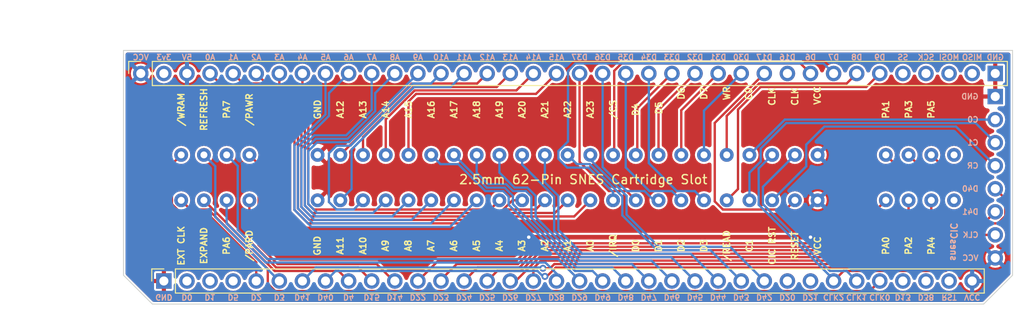
<source format=kicad_pcb>
(kicad_pcb (version 20211014) (generator pcbnew)
  (title_block (title "OSCR SNES ADAPTER") (date "2022-08-01") (rev "V2"))
  (layers (0 "F.Cu" signal) (31 "B.Cu" signal) (34 "B.Paste" user) (35 "F.Paste" user) (36 "B.SilkS" user "B.Silkscreen") (37 "F.SilkS" user "F.Silkscreen") (38 "B.Mask" user) (39 "F.Mask" user) (44 "Edge.Cuts" user))
  (net 0 "")
  (net 1 "D30")
  (net 2 "D31")
  (net 3 "D28")
  (net 4 "D29")
  (net 5 "D26")
  (net 6 "D27")
  (net 7 "D24")
  (net 8 "D25")
  (net 9 "D22")
  (net 10 "D23")
  (net 14 "D17")
  (net 15 "D14")
  (net 16 "D15")
  (net 19 "D8")
  (net 20 "D9")
  (net 21 "D6")
  (net 22 "D7")
  (net 23 "D4")
  (net 25 "D2")
  (net 26 "D3")
  (net 30 "VCC")
  (net 31 "GND")
  (net 32 "D46")
  (net 33 "D47")
  (net 34 "D44")
  (net 35 "D45")
  (net 36 "D42")
  (net 37 "D43")
  (net 38 "D40")
  (net 39 "D41")
  (net 41 "D36")
  (net 42 "D37")
  (net 43 "D34")
  (net 44 "D32")
  (net 45 "D33")
  (net 46 "A14")
  (net 47 "A15")
  (net 48 "A12")
  (net 49 "A13")
  (net 50 "A10")
  (net 51 "A11")
  (net 52 "A8")
  (net 53 "A9")
  (net 54 "A6")
  (net 55 "A7")
  (net 56 "A4")
  (net 57 "A5")
  (net 58 "A2")
  (net 59 "A3")
  (net 60 "A0")
  (net 61 "A1")
  (net 62 "D35")
  (net 67 "D49")
  (net 68 "D48")
  (net 69 "CLK2")
  (net 70 "CLK1")
  (net 71 "CLK0")
  (net 72 "CIC DATA 0")
  (net 75 "CIC RESET")
  (net 76 "CIC DATA 1")
  (footprint "Connector_PinSocket_2.54mm:PinSocket_1x36_P2.54mm_Vertical" (layer "F.Cu") (at 105.41 99.06 90)
    (fp_text reference "J2")
    (fp_text value "CART SLOT BOTTOM ROW")
  )
  (footprint "Connector_PinSocket_2.54mm:PinSocket_1x38_P2.54mm_Vertical" (layer "F.Cu") (at 102.87 76.2 90)
    (fp_text reference "J1")
    (fp_text value "CART SLOT TOP ROW")
  )
  (footprint "!sanni:SNES Slot" (layer "F.Cu") (at 107.315 90.17 90)
    (fp_text reference "J3" hide)
    (fp_text value "SNES_Slot")
  )
  (footprint "Connector_PinHeader_2.54mm:PinHeader_1x08_P2.54mm_Vertical" (layer "B.Cu") (at 196.85 96.52)
    (fp_text reference "JCIC1")
    (fp_text value "CIC_HEADER" hide)
  )
  (gr_line (start 100.965 73.66) (end 100.965 98.425) (layer "Edge.Cuts") (width 0.1))
  (gr_line (start 198.755 73.66) (end 100.965 73.66) (layer "Edge.Cuts") (width 0.1))
  (gr_line (start 195.58 101.6) (end 198.755 98.425) (layer "Edge.Cuts") (width 0.1))
  (gr_line (start 104.14 101.6) (end 195.58 101.6) (layer "Edge.Cuts") (width 0.1))
  (gr_line (start 198.755 98.425) (end 198.755 73.66) (layer "Edge.Cuts") (width 0.1))
  (gr_line (start 100.965 98.425) (end 104.14 101.6) (layer "Edge.Cuts") (width 0.1))
  (gr_text "D43" (at 168.91 100.838 180) (layer "B.SilkS") (effects (font (size 0.6096 0.6096) (thickness 0.127)) (justify mirror)))
  (gr_text "D3" (at 118.11 100.838 180) (layer "B.SilkS") (effects (font (size 0.6096 0.6096) (thickness 0.127)) (justify mirror)))
  (gr_text "D1" (at 110.49 100.838 180) (layer "B.SilkS") (effects (font (size 0.6096 0.6096) (thickness 0.127)) (justify mirror)))
  (gr_text "D9" (at 184.15 74.422) (layer "B.SilkS") (effects (font (size 0.6096 0.6096) (thickness 0.127)) (justify mirror)))
  (gr_text "C0" (at 195.072 81.28) (layer "B.SilkS") (effects (font (size 0.6096 0.6096) (thickness 0.127)) (justify left mirror)))
  (gr_text "A6" (at 125.73 74.422) (layer "B.SilkS") (effects (font (size 0.6096 0.6096) (thickness 0.127)) (justify mirror)))
  (gr_text "VCC" (at 195.072 96.52) (layer "B.SilkS") (effects (font (size 0.6096 0.6096) (thickness 0.127)) (justify left mirror)))
  (gr_text "D48" (at 156.21 100.838 180) (layer "B.SilkS") (effects (font (size 0.6096 0.6096) (thickness 0.127)) (justify mirror)))
  (gr_text "C1" (at 195.072 83.82) (layer "B.SilkS") (effects (font (size 0.6096 0.6096) (thickness 0.127)) (justify left mirror)))
  (gr_text "SCK" (at 189.23 74.422) (layer "B.SilkS") (effects (font (size 0.6096 0.6096) (thickness 0.127)) (justify mirror)))
  (gr_text "MISO" (at 194.31 74.422) (layer "B.SilkS") (effects (font (size 0.6096 0.6096) (thickness 0.127)) (justify mirror)))
  (gr_text "VCC" (at 194.31 100.838 180) (layer "B.SilkS") (effects (font (size 0.6096 0.6096) (thickness 0.127)) (justify mirror)))
  (gr_text "SS" (at 186.69 74.422) (layer "B.SilkS") (effects (font (size 0.6096 0.6096) (thickness 0.127)) (justify mirror)))
  (gr_text "A4" (at 120.65 74.422) (layer "B.SilkS") (effects (font (size 0.6096 0.6096) (thickness 0.127)) (justify mirror)))
  (gr_text "A2" (at 115.57 74.422) (layer "B.SilkS") (effects (font (size 0.6096 0.6096) (thickness 0.127)) (justify mirror)))
  (gr_text "D31" (at 166.37 74.422) (layer "B.SilkS") (effects (font (size 0.6096 0.6096) (thickness 0.127)) (justify mirror)))
  (gr_text "D23" (at 135.89 100.838 180) (layer "B.SilkS") (effects (font (size 0.6096 0.6096) (thickness 0.127)) (justify mirror)))
  (gr_text "D7" (at 179.07 74.422) (layer "B.SilkS") (effects (font (size 0.6096 0.6096) (thickness 0.127)) (justify mirror)))
  (gr_text "3v3" (at 105.41 74.422) (layer "B.SilkS") (effects (font (size 0.6096 0.6096) (thickness 0.127)) (justify mirror)))
  (gr_text "D49" (at 153.67 100.838 180) (layer "B.SilkS") (effects (font (size 0.6096 0.6096) (thickness 0.127)) (justify mirror)))
  (gr_text "D38" (at 189.23 100.838 180) (layer "B.SilkS") (effects (font (size 0.6096 0.6096) (thickness 0.127)) (justify mirror)))
  (gr_text "A10" (at 135.89 74.422) (layer "B.SilkS") (effects (font (size 0.6096 0.6096) (thickness 0.127)) (justify mirror)))
  (gr_text "D37" (at 151.13 74.422) (layer "B.SilkS") (effects (font (size 0.6096 0.6096) (thickness 0.127)) (justify mirror)))
  (gr_text "D4" (at 125.73 100.838 180) (layer "B.SilkS") (effects (font (size 0.6096 0.6096) (thickness 0.127)) (justify mirror)))
  (gr_text "D32" (at 163.83 74.422) (layer "B.SilkS") (effects (font (size 0.6096 0.6096) (thickness 0.127)) (justify mirror)))
  (gr_text "D8" (at 181.61 74.422) (layer "B.SilkS") (effects (font (size 0.6096 0.6096) (thickness 0.127)) (justify mirror)))
  (gr_text "D30" (at 168.91 74.422) (layer "B.SilkS") (effects (font (size 0.6096 0.6096) (thickness 0.127)) (justify mirror)))
  (gr_text "D29" (at 151.13 100.838 180) (layer "B.SilkS") (effects (font (size 0.6096 0.6096) (thickness 0.127)) (justify mirror)))
  (gr_text "RST" (at 191.77 100.838 180) (layer "B.SilkS") (effects (font (size 0.6096 0.6096) (thickness 0.127)) (justify mirror)))
  (gr_text "A14" (at 146.05 74.422) (layer "B.SilkS") (effects (font (size 0.6096 0.6096) (thickness 0.127)) (justify mirror)))
  (gr_text "D2" (at 115.57 100.838 180) (layer "B.SilkS") (effects (font (size 0.6096 0.6096) (thickness 0.127)) (justify mirror)))
  (gr_text "D41" (at 195.072 91.44) (layer "B.SilkS") (effects (font (size 0.6096 0.6096) (thickness 0.127)) (justify left mirror)))
  (gr_text "CLK2" (at 179.07 100.838 180) (layer "B.SilkS") (effects (font (size 0.6096 0.6096) (thickness 0.127)) (justify mirror)))
  (gr_text "D14" (at 130.81 100.838 180) (layer "B.SilkS") (effects (font (size 0.6096 0.6096) (thickness 0.127)) (justify mirror)))
  (gr_text "D47" (at 158.75 100.838 180) (layer "B.SilkS") (effects (font (size 0.6096 0.6096) (thickness 0.127)) (justify mirror)))
  (gr_text "D6" (at 176.53 74.422) (layer "B.SilkS") (effects (font (size 0.6096 0.6096) (thickness 0.127)) (justify mirror)))
  (gr_text "A0" (at 110.49 74.422) (layer "B.SilkS") (effects (font (size 0.6096 0.6096) (thickness 0.127)) (justify mirror)))
  (gr_text "D40" (at 123.19 100.838 180) (layer "B.SilkS") (effects (font (size 0.6096 0.6096) (thickness 0.127)) (justify mirror)))
  (gr_text "A5" (at 123.19 74.422) (layer "B.SilkS") (effects (font (size 0.6096 0.6096) (thickness 0.127)) (justify mirror)))
  (gr_text "CLK1" (at 181.61 100.838 180) (layer "B.SilkS") (effects (font (size 0.6096 0.6096) (thickness 0.127)) (justify mirror)))
  (gr_text "A1" (at 113.03 74.422) (layer "B.SilkS") (effects (font (size 0.6096 0.6096) (thickness 0.127)) (justify mirror)))
  (gr_text "D40" (at 195.072 88.9) (layer "B.SilkS") (effects (font (size 0.6096 0.6096) (thickness 0.127)) (justify left mirror)))
  (gr_text "D24" (at 138.43 100.838 180) (layer "B.SilkS") (effects (font (size 0.6096 0.6096) (thickness 0.127)) (justify mirror)))
  (gr_text "D44" (at 166.37 100.838 180) (layer "B.SilkS") (effects (font (size 0.6096 0.6096) (thickness 0.127)) (justify mirror)))
  (gr_text "D22" (at 133.35 100.838 180) (layer "B.SilkS") (effects (font (size 0.6096 0.6096) (thickness 0.127)) (justify mirror)))
  (gr_text "A12" (at 140.97 74.422) (layer "B.SilkS") (effects (font (size 0.6096 0.6096) (thickness 0.127)) (justify mirror)))
  (gr_text "D26" (at 143.51 100.838 180) (layer "B.SilkS") (effects (font (size 0.6096 0.6096) (thickness 0.127)) (justify mirror)))
  (gr_text "D42" (at 171.45 100.838 180) (layer "B.SilkS") (effects (font (size 0.6096 0.6096) (thickness 0.127)) (justify mirror)))
  (gr_text "CLK" (at 195.072 93.98) (layer "B.SilkS") (effects (font (size 0.6096 0.6096) (thickness 0.127)) (justify left mirror)))
  (gr_text "VCC" (at 102.87 74.422) (layer "B.SilkS") (effects (font (size 0.6096 0.6096) (thickness 0.127)) (justify mirror)))
  (gr_text "snesCIC" (at 192.278 94.742 270) (layer "B.SilkS") (effects (font (size 0.7112 0.7112) (thickness 0.1524)) (justify mirror)))
  (gr_text "D5" (at 113.03 100.838 180) (layer "B.SilkS") (effects (font (size 0.6096 0.6096) (thickness 0.127)) (justify mirror)))
  (gr_text "CR" (at 195.072 86.36) (layer "B.SilkS") (effects (font (size 0.6096 0.6096) (thickness 0.127)) (justify left mirror)))
  (gr_text "A3" (at 118.11 74.422) (layer "B.SilkS") (effects (font (size 0.6096 0.6096) (thickness 0.127)) (justify mirror)))
  (gr_text "D36" (at 153.67 74.422) (layer "B.SilkS") (effects (font (size 0.6096 0.6096) (thickness 0.127)) (justify mirror)))
  (gr_text "D33" (at 161.29 74.422) (layer "B.SilkS") (effects (font (size 0.6096 0.6096) (thickness 0.127)) (justify mirror)))
  (gr_text "D34" (at 158.75 74.422) (layer "B.SilkS") (effects (font (size 0.6096 0.6096) (thickness 0.127)) (justify mirror)))
  (gr_text "D15" (at 128.27 100.838 180) (layer "B.SilkS") (effects (font (size 0.6096 0.6096) (thickness 0.127)) (justify mirror)))
  (gr_text "GND" (at 105.41 100.838 180) (layer "B.SilkS") (effects (font (size 0.6096 0.6096) (thickness 0.127)) (justify mirror)))
  (gr_text "D28" (at 148.59 100.838 180) (layer "B.SilkS") (effects (font (size 0.6096 0.6096) (thickness 0.127)) (justify mirror)))
  (gr_text "D21" (at 176.53 100.838 180) (layer "B.SilkS") (effects (font (size 0.6096 0.6096) (thickness 0.127)) (justify mirror)))
  (gr_text "CLK0" (at 184.15 100.838 180) (layer "B.SilkS") (effects (font (size 0.6096 0.6096) (thickness 0.127)) (justify mirror)))
  (gr_text "D17" (at 171.45 74.422) (layer "B.SilkS") (effects (font (size 0.6096 0.6096) (thickness 0.127)) (justify mirror)))
  (gr_text "D41" (at 120.65 100.838 180) (layer "B.SilkS") (effects (font (size 0.6096 0.6096) (thickness 0.127)) (justify mirror)))
  (gr_text "A9" (at 133.35 74.422) (layer "B.SilkS") (effects (font (size 0.6096 0.6096) (thickness 0.127)) (justify mirror)))
  (gr_text "A7" (at 128.27 74.422) (layer "B.SilkS") (effects (font (size 0.6096 0.6096) (thickness 0.127)) (justify mirror)))
  (gr_text "D27" (at 146.05 100.838 180) (layer "B.SilkS") (effects (font (size 0.6096 0.6096) (thickness 0.127)) (justify mirror)))
  (gr_text "GND" (at 196.85 74.422) (layer "B.SilkS") (effects (font (size 0.6096 0.6096) (thickness 0.127)) (justify mirror)))
  (gr_text "A8" (at 130.81 74.422) (layer "B.SilkS") (effects (font (size 0.6096 0.6096) (thickness 0.127)) (justify mirror)))
  (gr_text "D46" (at 161.29 100.838 180) (layer "B.SilkS") (effects (font (size 0.6096 0.6096) (thickness 0.127)) (justify mirror)))
  (gr_text "A11" (at 138.43 74.422) (layer "B.SilkS") (effects (font (size 0.6096 0.6096) (thickness 0.127)) (justify mirror)))
  (gr_text "D20" (at 173.99 100.838 180) (layer "B.SilkS") (effects (font (size 0.6096 0.6096) (thickness 0.127)) (justify mirror)))
  (gr_text "A13" (at 143.51 74.422) (layer "B.SilkS") (effects (font (size 0.6096 0.6096) (thickness 0.127)) (justify mirror)))
  (gr_text "D16" (at 173.99 74.422) (layer "B.SilkS") (effects (font (size 0.6096 0.6096) (thickness 0.127)) (justify mirror)))
  (gr_text "D13" (at 186.69 100.838 180) (layer "B.SilkS") (effects (font (size 0.6096 0.6096) (thickness 0.127)) (justify mirror)))
  (gr_text "A15" (at 148.59 74.422) (layer "B.SilkS") (effects (font (size 0.6096 0.6096) (thickness 0.127)) (justify mirror)))
  (gr_text "D25" (at 140.97 100.838 180) (layer "B.SilkS") (effects (font (size 0.6096 0.6096) (thickness 0.127)) (justify mirror)))
  (gr_text "D45" (at 163.83 100.838 180) (layer "B.SilkS") (effects (font (size 0.6096 0.6096) (thickness 0.127)) (justify mirror)))
  (gr_text "5V" (at 107.95 74.422) (layer "B.SilkS") (effects (font (size 0.6096 0.6096) (thickness 0.127)) (justify mirror)))
  (gr_text "D0" (at 107.95 100.838 180) (layer "B.SilkS") (effects (font (size 0.6096 0.6096) (thickness 0.127)) (justify mirror)))
  (gr_text "GND" (at 195.072 78.74) (layer "B.SilkS") (effects (font (size 0.6096 0.6096) (thickness 0.127)) (justify left mirror)))
  (gr_text "MOSI" (at 191.77 74.422) (layer "B.SilkS") (effects (font (size 0.6096 0.6096) (thickness 0.127)) (justify mirror)))
  (gr_text "D35" (at 156.21 74.422) (layer "B.SilkS") (effects (font (size 0.6096 0.6096) (thickness 0.127)) (justify mirror)))
  (gr_text "A22" (at 149.815 80.17 90) (layer "F.SilkS") (effects (font (size 0.7 0.7))))
  (gr_text "A18" (at 139.815 80.17 90) (layer "F.SilkS") (effects (font (size 0.7 0.7))))
  (gr_text "A1" (at 149.799457 95.169999 90) (layer "F.SilkS") (effects (font (size 0.7 0.7))))
  (gr_text "/WRAM" (at 107.315 80.17 90) (layer "F.SilkS") (effects (font (size 0.7 0.7))))
  (gr_text "PA1" (at 184.815 80.17 90) (layer "F.SilkS") (effects (font (size 0.7 0.7))))
  (gr_text "D4" (at 157.315 80.17 90) (layer "F.SilkS") (effects (font (size 0.7 0.7))))
  (gr_text "PA5" (at 189.799457 80.162444 90) (layer "F.SilkS") (effects (font (size 0.7 0.7))))
  (gr_text "A10" (at 127.307444 95.169999 90) (layer "F.SilkS") (effects (font (size 0.7 0.7))))
  (gr_text "VCC" (at 177.315 95.17 90) (layer "F.SilkS") (effects (font (size 0.7 0.7))))
  (gr_text "PA6" (at 112.300104 95.169999 90) (layer "F.SilkS") (effects (font (size 0.7 0.7))))
  (gr_text "CIC RST" (at 172.315 95.17 90) (layer "F.SilkS") (effects (font (size 0.7 0.7))))
  (gr_text "PA2" (at 187.315 95.17 90) (layer "F.SilkS") (effects (font (size 0.7 0.7))))
  (gr_text "A7" (at 134.792117 95.169999 90) (layer "F.SilkS") (effects (font (size 0.7 0.7))))
  (gr_text "CLK" (at 174.82 78.745 90) (layer "F.SilkS") (effects (font (size 0.7 0.7))))
  (gr_text "/PAWR" (at 114.815 80.17 90) (layer "F.SilkS") (effects (font (size 0.7 0.7))))
  (gr_text "A12" (at 124.815 80.17 90) (layer "F.SilkS") (effects (font (size 0.7 0.7))))
  (gr_text "PA4" (at 189.815 95.17 90) (layer "F.SilkS") (effects (font (size 0.7 0.7))))
  (gr_text "A0" (at 152.307013 95.169999 90) (layer "F.SilkS") (effects (font (size 0.7 0.7))))
  (gr_text "D3" (at 164.815 95.17 90) (layer "F.SilkS") (effects (font (size 0.7 0.7))))
  (gr_text "D7" (at 164.815 78.385 90) (layer "F.SilkS") (effects (font (size 0.7 0.7))))
  (gr_text "A13" (at 127.315 80.17 90) (layer "F.SilkS") (effects (font (size 0.7 0.7))))
  (gr_text "A20" (at 144.815 80.17 90) (layer "F.SilkS") (effects (font (size 0.7 0.7))))
  (gr_text "A3" (at 144.784346 95.169999 90) (layer "F.SilkS") (effects (font (size 0.7 0.7))))
  (gr_text "/PARD" (at 114.807659 95.169999 90) (layer "F.SilkS") (effects (font (size 0.7 0.7))))
  (gr_text "PA0" (at 184.815 95.17 90) (layer "F.SilkS") (effects (font (size 0.7 0.7))))
  (gr_text "/CS" (at 154.815 80.17 90) (layer "F.SilkS") (effects (font (size 0.7 0.7))))
  (gr_text "GND" (at 122.315 80.17 90) (layer "F.SilkS") (effects (font (size 0.7 0.7))))
  (gr_text "A5" (at 139.807228 95.169999 90) (layer "F.SilkS") (effects (font (size 0.7 0.7))))
  (gr_text "A17" (at 137.315 80.17 90) (layer "F.SilkS") (effects (font (size 0.7 0.7))))
  (gr_text "D5" (at 159.86 80 90) (layer "F.SilkS") (effects (font (size 0.7 0.7))))
  (gr_text "A16" (at 134.815 80.17 90) (layer "F.SilkS") (effects (font (size 0.7 0.7))))
  (gr_text "A19" (at 142.315 80.17 90) (layer "F.SilkS") (effects (font (size 0.7 0.7))))
  (gr_text "CLK" (at 172.3 78.745 90) (layer "F.SilkS") (effects (font (size 0.7 0.7))))
  (gr_text "RESET" (at 174.815 95.17 90) (layer "F.SilkS") (effects (font (size 0.7 0.7))))
  (gr_text "A4" (at 142.314784 95.169999 90) (layer "F.SilkS") (effects (font (size 0.7 0.7))))
  (gr_text "/IRQ" (at 154.815 95.17 90) (layer "F.SilkS") (effects (font (size 0.7 0.7))))
  (gr_text "EXT CLK" (at 107.315 95.17 90) (layer "F.SilkS") (effects (font (size 0.7 0.7))))
  (gr_text "REFRESH" (at 109.815 80.17 90) (layer "F.SilkS") (effects (font (size 0.7 0.7))))
  (gr_text "A14" (at 129.815 80.17 90) (layer "F.SilkS") (effects (font (size 0.7 0.7))))
  (gr_text "VCC" (at 177.29 78.625 90) (layer "F.SilkS") (effects (font (size 0.7 0.7))))
  (gr_text "A9" (at 129.777006 95.169999 90) (layer "F.SilkS") (effects (font (size 0.7 0.7))))
  (gr_text "D6" (at 162.315 78.385 90) (layer "F.SilkS") (effects (font (size 0.7 0.7))))
  (gr_text "GND" (at 122.292333 95.169999 90) (layer "F.SilkS") (effects (font (size 0.7 0.7))))
  (gr_text "WR" (at 167.315 78.385 90) (layer "F.SilkS") (effects (font (size 0.7 0.7))))
  (gr_text "A2" (at 147.315 95.17 90) (layer "F.SilkS") (effects (font (size 0.7 0.7))))
  (gr_text "A21" (at 147.315 80.17 90) (layer "F.SilkS") (effects (font (size 0.7 0.7))))
  (gr_text "A23" (at 152.315 80.17 90) (layer "F.SilkS") (effects (font (size 0.7 0.7))))
  (gr_text "D1" (at 159.815 95.17 90) (layer "F.SilkS") (effects (font (size 0.7 0.7))))
  (gr_text "2.5mm 62-Pin SNES Cartridge Slot" (at 151.54 87.885) (layer "F.SilkS") (effects (font (size 1 1))))
  (gr_text "A11" (at 124.799888 95.169999 90) (layer "F.SilkS") (effects (font (size 0.7 0.7))))
  (gr_text "/READ" (at 167.315 95.17 90) (layer "F.SilkS") (effects (font (size 0.7 0.7))))
  (gr_text "PA3" (at 187.329895 80.162444 90) (layer "F.SilkS") (effects (font (size 0.7 0.7))))
  (gr_text "A15" (at 132.315 80.17 90) (layer "F.SilkS") (effects (font (size 0.7 0.7))))
  (gr_text "C1" (at 169.815 95.17 90) (layer "F.SilkS") (effects (font (size 0.7 0.7))))
  (gr_text "A6" (at 137.299673 95.169999 90) (layer "F.SilkS") (effects (font (size 0.7 0.7))))
  (gr_text "PA7" (at 112.315 80.17 90) (layer "F.SilkS") (effects (font (size 0.7 0.7))))
  (gr_text "C0" (at 169.74 78.425 90) (layer "F.SilkS") (effects (font (size 0.7 0.7))))
  (gr_text "D0" (at 157.315 95.17 90) (layer "F.SilkS") (effects (font (size 0.7 0.7))))
  (gr_text "A8" (at 132.284562 95.169999 90) (layer "F.SilkS") (effects (font (size 0.7 0.7))))
  (gr_text "EXPAND" (at 109.815 95.17 90) (layer "F.SilkS") (effects (font (size 0.7 0.7))))
  (gr_text "D2" (at 162.315 95.17 90) (layer "F.SilkS") (effects (font (size 0.7 0.7))))
  (segment (start 164.815 85.17) (end 164.815 80.295) (width 0.254) (layer "B.Cu") (net 1))
  (segment (start 164.815 80.295) (end 168.91 76.2) (width 0.254) (layer "B.Cu") (net 1))
  (segment (start 162.315 80.255) (end 166.37 76.2) (width 0.254) (layer "F.Cu") (net 2))
  (segment (start 162.315 85.17) (end 162.315 80.255) (width 0.254) (layer "F.Cu") (net 2))
  (segment (start 148.59 98.243362) (end 147.368259 97.021621) (width 0.254) (layer "B.Cu") (net 3))
  (segment (start 116.610437 97.021621) (end 112.315 92.726184) (width 0.254) (layer "B.Cu") (net 3))
  (segment (start 148.59 99.06) (end 148.59 98.243362) (width 0.254) (layer "B.Cu") (net 3))
  (segment (start 112.315 92.726184) (end 112.315 90.17) (width 0.254) (layer "B.Cu") (net 3))
  (segment (start 147.368259 97.021621) (end 116.610437 97.021621) (width 0.254) (layer "B.Cu") (net 3))
  (segment (start 113.538 93.410368) (end 113.538 86.393) (width 0.254) (layer "B.Cu") (net 4))
  (segment (start 151.13 98.999473) (end 148.771148 96.640621) (width 0.254) (layer "B.Cu") (net 4))
  (segment (start 148.771148 96.640621) (end 116.768253 96.640621) (width 0.254) (layer "B.Cu") (net 4))
  (segment (start 113.538 86.393) (end 112.315 85.17) (width 0.254) (layer "B.Cu") (net 4))
  (segment (start 116.768253 96.640621) (end 113.538 93.410368) (width 0.254) (layer "B.Cu") (net 4))
  (segment (start 151.13 99.06) (end 151.13 98.999473) (width 0.254) (layer "B.Cu") (net 4))
  (segment (start 144.105158 99.06) (end 143.51 99.06) (width 0.254) (layer "F.Cu") (net 5))
  (segment (start 185.123263 96.432) (end 146.733158 96.432) (width 0.254) (layer "F.Cu") (net 5))
  (segment (start 189.815 91.740263) (end 185.123263 96.432) (width 0.254) (layer "F.Cu") (net 5))
  (segment (start 146.733158 96.432) (end 144.105158 99.06) (width 0.254) (layer "F.Cu") (net 5))
  (segment (start 189.815 90.17) (end 189.815 91.740263) (width 0.254) (layer "F.Cu") (net 5))
  (segment (start 146.890974 96.813) (end 146.05 97.653974) (width 0.254) (layer "F.Cu") (net 6))
  (segment (start 189.815 85.17) (end 191.065 86.42) (width 0.254) (layer "F.Cu") (net 6))
  (segment (start 191.065 91.029078) (end 185.281078 96.813) (width 0.254) (layer "F.Cu") (net 6))
  (segment (start 146.05 97.653974) (end 146.05 99.06) (width 0.254) (layer "F.Cu") (net 6))
  (segment (start 185.281078 96.813) (end 146.890974 96.813) (width 0.254) (layer "F.Cu") (net 6))
  (segment (start 191.065 86.42) (end 191.065 91.029078) (width 0.254) (layer "F.Cu") (net 6))
  (segment (start 184.807632 95.67) (end 187.315 93.162632) (width 0.254) (layer "F.Cu") (net 7))
  (segment (start 138.43 99.06) (end 139.915 97.575) (width 0.254) (layer "F.Cu") (net 7))
  (segment (start 146.417528 95.67) (end 184.807632 95.67) (width 0.254) (layer "F.Cu") (net 7))
  (segment (start 144.512527 97.575) (end 146.417528 95.67) (width 0.254) (layer "F.Cu") (net 7))
  (segment (start 139.915 97.575) (end 144.512527 97.575) (width 0.254) (layer "F.Cu") (net 7))
  (segment (start 187.315 93.162632) (end 187.315 90.17) (width 0.254) (layer "F.Cu") (net 7))
  (segment (start 146.575343 96.051) (end 184.965448 96.051) (width 0.254) (layer "F.Cu") (net 8))
  (segment (start 142.074 97.956) (end 144.670343 97.956) (width 0.254) (layer "F.Cu") (net 8))
  (segment (start 144.670343 97.956) (end 146.575343 96.051) (width 0.254) (layer "F.Cu") (net 8))
  (segment (start 188.565 92.451448) (end 188.565 86.42) (width 0.254) (layer "F.Cu") (net 8))
  (segment (start 188.565 86.42) (end 187.315 85.17) (width 0.254) (layer "F.Cu") (net 8))
  (segment (start 184.965448 96.051) (end 188.565 92.451448) (width 0.254) (layer "F.Cu") (net 8))
  (segment (start 140.97 99.06) (end 142.074 97.956) (width 0.254) (layer "F.Cu") (net 8))
  (segment (start 180.077 94.908) (end 184.815 90.17) (width 0.254) (layer "F.Cu") (net 9))
  (segment (start 135.597 96.813) (end 144.196895 96.813) (width 0.254) (layer "F.Cu") (net 9))
  (segment (start 133.35 99.06) (end 135.597 96.813) (width 0.254) (layer "F.Cu") (net 9))
  (segment (start 144.196895 96.813) (end 146.101898 94.908) (width 0.254) (layer "F.Cu") (net 9))
  (segment (start 146.101898 94.908) (end 180.077 94.908) (width 0.254) (layer "F.Cu") (net 9))
  (segment (start 135.89 98.9181) (end 137.6141 97.194) (width 0.254) (layer "F.Cu") (net 10))
  (segment (start 186.065 93.873816) (end 186.065 86.42) (width 0.254) (layer "F.Cu") (net 10))
  (segment (start 135.89 99.06) (end 135.89 98.9181) (width 0.254) (layer "F.Cu") (net 10))
  (segment (start 186.065 86.42) (end 184.815 85.17) (width 0.254) (layer "F.Cu") (net 10))
  (segment (start 144.354711 97.194) (end 146.259713 95.289) (width 0.254) (layer "F.Cu") (net 10))
  (segment (start 137.6141 97.194) (end 144.354711 97.194) (width 0.254) (layer "F.Cu") (net 10))
  (segment (start 146.259713 95.289) (end 184.649816 95.289) (width 0.254) (layer "F.Cu") (net 10))
  (segment (start 184.649816 95.289) (end 186.065 93.873816) (width 0.254) (layer "F.Cu") (net 10))
  (segment (start 166 81.65) (end 166 90.291841) (width 0.254) (layer "F.Cu") (net 14))
  (segment (start 171.45 76.2) (end 166 81.65) (width 0.254) (layer "F.Cu") (net 14))
  (segment (start 166 90.291841) (end 166.894159 91.186) (width 0.254) (layer "F.Cu") (net 14))
  (segment (start 173.799 91.186) (end 174.815 90.17) (width 0.254) (layer "F.Cu") (net 14))
  (segment (start 166.894159 91.186) (end 173.799 91.186) (width 0.254) (layer "F.Cu") (net 14))
  (segment (start 130.81 99.06) (end 130.683 99.06) (width 0.254) (layer "F.Cu") (net 15))
  (segment (start 130.683 99.06) (end 128.817 97.194) (width 0.254) (layer "F.Cu") (net 15))
  (segment (start 117.916632 97.194) (end 115.824 95.101368) (width 0.254) (layer "F.Cu") (net 15))
  (segment (start 115.824 95.101368) (end 115.824 90.597841) (width 0.254) (layer "F.Cu") (net 15))
  (segment (start 115.831 90.590841) (end 115.831 86.186) (width 0.254) (layer "F.Cu") (net 15))
  (segment (start 115.831 86.186) (end 114.815 85.17) (width 0.254) (layer "F.Cu") (net 15))
  (segment (start 128.817 97.194) (end 117.916632 97.194) (width 0.254) (layer "F.Cu") (net 15))
  (segment (start 115.824 90.597841) (end 115.831 90.590841) (width 0.254) (layer "F.Cu") (net 15))
  (segment (start 126.785 97.575) (end 128.27 99.06) (width 0.254) (layer "F.Cu") (net 16))
  (segment (start 114.815 94.631184) (end 117.758816 97.575) (width 0.254) (layer "F.Cu") (net 16))
  (segment (start 114.815 90.17) (end 114.815 94.631184) (width 0.254) (layer "F.Cu") (net 16))
  (segment (start 117.758816 97.575) (end 126.785 97.575) (width 0.254) (layer "F.Cu") (net 16))
  (segment (start 167.315 80.873816) (end 170.884816 77.304) (width 0.254) (layer "F.Cu") (net 19))
  (segment (start 170.884816 77.304) (end 180.506 77.304) (width 0.254) (layer "F.Cu") (net 19))
  (segment (start 167.315 85.17) (end 167.315 80.873816) (width 0.254) (layer "F.Cu") (net 19))
  (segment (start 180.506 77.304) (end 181.61 76.2) (width 0.254) (layer "F.Cu") (net 19))
  (segment (start 168.556 88.929) (end 168.556 80.171632) (width 0.254) (layer "F.Cu") (net 20))
  (segment (start 168.556 80.171632) (end 171.042632 77.685) (width 0.254) (layer "F.Cu") (net 20))
  (segment (start 171.042632 77.685) (end 182.665 77.685) (width 0.254) (layer "F.Cu") (net 20))
  (segment (start 167.315 90.17) (end 168.556 88.929) (width 0.254) (layer "F.Cu") (net 20))
  (segment (start 182.665 77.685) (end 184.15 76.2) (width 0.254) (layer "F.Cu") (net 20))
  (segment (start 154.94 75.908708) (end 155.752708 75.096) (width 0.254) (layer "F.Cu") (net 21))
  (segment (start 154.94 85.045) (end 154.94 75.908708) (width 0.254) (layer "F.Cu") (net 21))
  (segment (start 155.752708 75.096) (end 175.426 75.096) (width 0.254) (layer "F.Cu") (net 21))
  (segment (start 154.815 85.17) (end 154.94 85.045) (width 0.254) (layer "F.Cu") (net 21))
  (segment (start 175.426 75.096) (end 176.53 76.2) (width 0.254) (layer "F.Cu") (net 21))
  (segment (start 150.672708 75.096) (end 177.966 75.096) (width 0.254) (layer "B.Cu") (net 22))
  (segment (start 148.799 84.749159) (end 149.86 83.688159) (width 0.254) (layer "B.Cu") (net 22))
  (segment (start 154.815 90.17) (end 154.815 89.271975) (width 0.254) (layer "B.Cu") (net 22))
  (segment (start 154.815 89.271975) (end 152.110025 86.567) (width 0.254) (layer "B.Cu") (net 22))
  (segment (start 152.110025 86.567) (end 149.775159 86.567) (width 0.254) (layer "B.Cu") (net 22))
  (segment (start 148.799 85.590841) (end 148.799 84.749159) (width 0.254) (layer "B.Cu") (net 22))
  (segment (start 177.966 75.096) (end 179.07 76.2) (width 0.254) (layer "B.Cu") (net 22))
  (segment (start 149.86 83.688159) (end 149.86 75.908708) (width 0.254) (layer "B.Cu") (net 22))
  (segment (start 149.86 75.908708) (end 150.672708 75.096) (width 0.254) (layer "B.Cu") (net 22))
  (segment (start 149.775159 86.567) (end 148.799 85.590841) (width 0.254) (layer "B.Cu") (net 22))
  (segment (start 125.73 99.06) (end 124.626 97.956) (width 0.254) (layer "F.Cu") (net 23))
  (segment (start 117.601 97.956) (end 109.815 90.17) (width 0.254) (layer "F.Cu") (net 23))
  (segment (start 124.626 97.956) (end 117.601 97.956) (width 0.254) (layer "F.Cu") (net 23))
  (segment (start 110.134368 91.567) (end 107.275159 91.567) (width 0.254) (layer "F.Cu") (net 25))
  (segment (start 107.275159 91.567) (end 106.299 90.590841) (width 0.254) (layer "F.Cu") (net 25))
  (segment (start 106.299 90.590841) (end 106.299 86.186) (width 0.254) (layer "F.Cu") (net 25))
  (segment (start 115.57 99.06) (end 115.57 97.002632) (width 0.254) (layer "F.Cu") (net 25))
  (segment (start 106.299 86.186) (end 107.315 85.17) (width 0.254) (layer "F.Cu") (net 25))
  (segment (start 115.57 97.002632) (end 110.134368 91.567) (width 0.254) (layer "F.Cu") (net 25))
  (segment (start 111.065 92.015) (end 118.11 99.06) (width 0.254) (layer "B.Cu") (net 26))
  (segment (start 109.815 85.17) (end 111.065 86.42) (width 0.254) (layer "B.Cu") (net 26))
  (segment (start 111.065 86.42) (end 111.065 92.015) (width 0.254) (layer "B.Cu") (net 26))
  (segment (start 145.542 94.234) (end 176.53 94.234) (width 0.508) (layer "F.Cu") (net 30))
  (via (at 176.53 94.234) (size 0.762) (drill 0.381) (layers "F.Cu" "B.Cu") (net 30))
  (via (at 145.542 94.234) (size 0.762) (drill 0.381) (layers "F.Cu" "B.Cu") (net 30))
  (segment (start 146.299 92.013209) (end 146.299 89.678343) (width 0.254) (layer "B.Cu") (net 32))
  (segment (start 143.971288 88.773) (end 142.315 87.116711) (width 0.254) (layer "B.Cu") (net 32))
  (segment (start 159.043 96.813) (end 151.098791 96.813) (width 0.254) (layer "B.Cu") (net 32))
  (segment (start 142.315 87.116711) (end 142.315 85.17) (width 0.254) (layer "B.Cu") (net 32))
  (segment (start 161.29 99.06) (end 159.043 96.813) (width 0.254) (layer "B.Cu") (net 32))
  (segment (start 146.299 89.678343) (end 145.393657 88.773) (width 0.254) (layer "B.Cu") (net 32))
  (segment (start 145.393657 88.773) (end 143.971288 88.773) (width 0.254) (layer "B.Cu") (net 32))
  (segment (start 151.098791 96.813) (end 146.299 92.013209) (width 0.254) (layer "B.Cu") (net 32))
  (segment (start 139.815 87.131184) (end 141.075816 88.392) (width 0.254) (layer "B.Cu") (net 33))
  (segment (start 145.831 89.749159) (end 145.831 92.084025) (width 0.254) (layer "B.Cu") (net 33))
  (segment (start 139.815 85.17) (end 139.815 87.131184) (width 0.254) (layer "B.Cu") (net 33))
  (segment (start 150.940975 97.194) (end 156.884 97.194) (width 0.254) (layer "B.Cu") (net 33))
  (segment (start 156.884 97.194) (end 158.75 99.06) (width 0.254) (layer "B.Cu") (net 33))
  (segment (start 141.075816 88.392) (end 143.051473 88.392) (width 0.254) (layer "B.Cu") (net 33))
  (segment (start 145.235841 89.154) (end 145.831 89.749159) (width 0.254) (layer "B.Cu") (net 33))
  (segment (start 143.813472 89.154) (end 145.235841 89.154) (width 0.254) (layer "B.Cu") (net 33))
  (segment (start 143.051473 88.392) (end 143.813472 89.154) (width 0.254) (layer "B.Cu") (net 33))
  (segment (start 145.831 92.084025) (end 150.940975 97.194) (width 0.254) (layer "B.Cu") (net 33))
  (segment (start 163.361 96.051) (end 166.37 99.06) (width 0.254) (layer "B.Cu") (net 34))
  (segment (start 147.315 88.194343) (end 148.799 89.678343) (width 0.254) (layer "B.Cu") (net 34))
  (segment (start 147.315 85.17) (end 147.315 88.194343) (width 0.254) (layer "B.Cu") (net 34))
  (segment (start 148.799 89.678343) (end 148.799 93.435577) (width 0.254) (layer "B.Cu") (net 34))
  (segment (start 148.799 93.435577) (end 151.414423 96.051) (width 0.254) (layer "B.Cu") (net 34))
  (segment (start 151.414423 96.051) (end 163.361 96.051) (width 0.254) (layer "B.Cu") (net 34))
  (segment (start 161.202 96.432) (end 163.83 99.06) (width 0.254) (layer "B.Cu") (net 35))
  (segment (start 151.256607 96.432) (end 161.202 96.432) (width 0.254) (layer "B.Cu") (net 35))
  (segment (start 144.815 86.233159) (end 148.336 89.754159) (width 0.254) (layer "B.Cu") (net 35))
  (segment (start 144.815 85.17) (end 144.815 86.233159) (width 0.254) (layer "B.Cu") (net 35))
  (segment (start 148.336 89.754159) (end 148.336 93.511393) (width 0.254) (layer "B.Cu") (net 35))
  (segment (start 148.336 93.511393) (end 151.256607 96.432) (width 0.254) (layer "B.Cu") (net 35))
  (segment (start 152.315 85.694343) (end 152.315 85.17) (width 0.254) (layer "B.Cu") (net 36))
  (segment (start 159.835816 95.289) (end 156.299 91.752184) (width 0.254) (layer "B.Cu") (net 36))
  (segment (start 156.299 91.752184) (end 156.299 89.678343) (width 0.254) (layer "B.Cu") (net 36))
  (segment (start 167.679 95.289) (end 159.835816 95.289) (width 0.254) (layer "B.Cu") (net 36))
  (segment (start 156.299 89.678343) (end 152.315 85.694343) (width 0.254) (layer "B.Cu") (net 36))
  (segment (start 171.45 99.06) (end 167.679 95.289) (width 0.254) (layer "B.Cu") (net 36))
  (segment (start 168.91 99.06) (end 168.91 99.04835) (width 0.254) (layer "B.Cu") (net 37))
  (segment (start 155.831 91.823) (end 155.831 89.749159) (width 0.254) (layer "B.Cu") (net 37))
  (segment (start 155.831 89.749159) (end 152.267841 86.186) (width 0.254) (layer "B.Cu") (net 37))
  (segment (start 150.831 86.186) (end 149.815 85.17) (width 0.254) (layer "B.Cu") (net 37))
  (segment (start 168.91 99.04835) (end 165.53165 95.67) (width 0.254) (layer "B.Cu") (net 37))
  (segment (start 165.53165 95.67) (end 159.678 95.67) (width 0.254) (layer "B.Cu") (net 37))
  (segment (start 152.267841 86.186) (end 150.831 86.186) (width 0.254) (layer "B.Cu") (net 37))
  (segment (start 159.678 95.67) (end 155.831 91.823) (width 0.254) (layer "B.Cu") (net 37))
  (segment (start 197.141292 92.71) (end 197.954 91.897292) (width 0.254) (layer "F.Cu") (net 38))
  (segment (start 147.32 98.552) (end 147.536708 98.552) (width 0.254) (layer "F.Cu") (net 38))
  (segment (start 197.954 91.897292) (end 197.954 90.004) (width 0.254) (layer "F.Cu") (net 38))
  (segment (start 147.536708 98.552) (end 148.513708 97.575) (width 0.254) (layer "F.Cu") (net 38))
  (segment (start 197.954 90.004) (end 196.85 88.9) (width 0.254) (layer "F.Cu") (net 38))
  (segment (start 196.118816 92.71) (end 197.141292 92.71) (width 0.254) (layer "F.Cu") (net 38))
  (segment (start 148.513708 97.575) (end 191.253816 97.575) (width 0.254) (layer "F.Cu") (net 38))
  (segment (start 191.253816 97.575) (end 196.118816 92.71) (width 0.254) (layer "F.Cu") (net 38))
  (via (at 147.32 98.552) (size 0.762) (drill 0.381) (layers "F.Cu" "B.Cu") (net 38))
  (segment (start 146.507292 97.956) (end 124.294 97.956) (width 0.254) (layer "B.Cu") (net 38))
  (segment (start 147.32 98.552) (end 147.103292 98.552) (width 0.254) (layer "B.Cu") (net 38))
  (segment (start 147.103292 98.552) (end 146.507292 97.956) (width 0.254) (layer "B.Cu") (net 38))
  (segment (start 124.294 97.956) (end 123.19 99.06) (width 0.254) (layer "B.Cu") (net 38))
  (segment (start 147.893271 97.656621) (end 148.355892 97.194) (width 0.254) (layer "F.Cu") (net 39))
  (segment (start 148.355892 97.194) (end 191.096 97.194) (width 0.254) (layer "F.Cu") (net 39))
  (segment (start 147.105233 97.656621) (end 147.893271 97.656621) (width 0.254) (layer "F.Cu") (net 39))
  (segment (start 191.096 97.194) (end 196.85 91.44) (width 0.254) (layer "F.Cu") (net 39))
  (via (at 147.105233 97.656621) (size 0.762) (drill 0.381) (layers "F.Cu" "B.Cu") (net 39))
  (segment (start 147.105233 97.656621) (end 147.023612 97.575) (width 0.254) (layer "B.Cu") (net 39))
  (segment (start 122.135 97.575) (end 120.65 99.06) (width 0.254) (layer "B.Cu") (net 39))
  (segment (start 147.023612 97.575) (end 122.135 97.575) (width 0.254) (layer "B.Cu") (net 39))
  (segment (start 153.67 76.2) (end 153.67 86.510527) (width 0.254) (layer "B.Cu") (net 41))
  (segment (start 159.2825 90.17) (end 159.815 90.17) (width 0.254) (layer "B.Cu") (net 41))
  (segment (start 159.290657 90.17) (end 159.815 90.17) (width 0.254) (layer "B.Cu") (net 41))
  (segment (start 158.274657 89.154) (end 159.290657 90.17) (width 0.254) (layer "B.Cu") (net 41))
  (segment (start 156.313473 89.154) (end 158.274657 89.154) (width 0.254) (layer "B.Cu") (net 41))
  (segment (start 153.67 86.510527) (end 156.313473 89.154) (width 0.254) (layer "B.Cu") (net 41))
  (segment (start 151.13 85.931711) (end 151.13 76.2) (width 0.254) (layer "F.Cu") (net 42))
  (segment (start 154.352289 89.154) (end 151.13 85.931711) (width 0.254) (layer "F.Cu") (net 42))
  (segment (start 157.315 90.17) (end 156.299 89.154) (width 0.254) (layer "F.Cu") (net 42))
  (segment (start 156.299 89.154) (end 154.352289 89.154) (width 0.254) (layer "F.Cu") (net 42))
  (segment (start 163.799 89.154) (end 161.828816 89.154) (width 0.254) (layer "B.Cu") (net 43))
  (segment (start 164.815 90.17) (end 163.799 89.154) (width 0.254) (layer "B.Cu") (net 43))
  (segment (start 161.828816 89.154) (end 158.75 86.075184) (width 0.254) (layer "B.Cu") (net 43))
  (segment (start 158.75 86.075184) (end 158.75 76.2) (width 0.254) (layer "B.Cu") (net 43))
  (segment (start 159.815 80.215) (end 163.83 76.2) (width 0.254) (layer "F.Cu") (net 44))
  (segment (start 159.815 85.17) (end 159.815 80.215) (width 0.254) (layer "F.Cu") (net 44))
  (segment (start 157.315 85.17) (end 157.48 85.005) (width 0.254) (layer "F.Cu") (net 45))
  (segment (start 157.48 80.01) (end 161.29 76.2) (width 0.254) (layer "F.Cu") (net 45))
  (segment (start 157.48 85.005) (end 157.48 80.01) (width 0.254) (layer "F.Cu") (net 45))
  (segment (start 129.815 81.247632) (end 129.815 85.17) (width 0.254) (layer "F.Cu") (net 46))
  (segment (start 144.184 78.066) (end 132.996632 78.066) (width 0.254) (layer "F.Cu") (net 46))
  (segment (start 132.996632 78.066) (end 129.815 81.247632) (width 0.254) (layer "F.Cu") (net 46))
  (segment (start 146.05 76.2) (end 144.184 78.066) (width 0.254) (layer "F.Cu") (net 46))
  (segment (start 132.315 79.286448) (end 133.154448 78.447) (width 0.254) (layer "F.Cu") (net 47))
  (segment (start 133.154448 78.447) (end 146.343 78.447) (width 0.254) (layer "F.Cu") (net 47))
  (segment (start 132.315 85.17) (end 132.315 79.286448) (width 0.254) (layer "F.Cu") (net 47))
  (segment (start 146.343 78.447) (end 148.59 76.2) (width 0.254) (layer "F.Cu") (net 47))
  (segment (start 132.681 77.304) (end 124.815 85.17) (width 0.254) (layer "F.Cu") (net 48))
  (segment (start 139.866 77.304) (end 132.681 77.304) (width 0.254) (layer "F.Cu") (net 48))
  (segment (start 140.97 76.2) (end 139.866 77.304) (width 0.254) (layer "F.Cu") (net 48))
  (segment (start 142.025 77.685) (end 132.838816 77.685) (width 0.254) (layer "F.Cu") (net 49))
  (segment (start 143.51 76.2) (end 142.025 77.685) (width 0.254) (layer "F.Cu") (net 49))
  (segment (start 132.838816 77.685) (end 127.315 83.208816) (width 0.254) (layer "F.Cu") (net 49))
  (segment (start 127.315 83.208816) (end 127.315 85.17) (width 0.254) (layer "F.Cu") (net 49))
  (segment (start 123.565 90.356841) (end 123.565 84.983159) (width 0.254) (layer "B.Cu") (net 50))
  (segment (start 124.394159 84.154) (end 125.934816 84.154) (width 0.254) (layer "B.Cu") (net 50))
  (segment (start 126.299 91.186) (end 124.394159 91.186) (width 0.254) (layer "B.Cu") (net 50))
  (segment (start 127.315 90.17) (end 126.299 91.186) (width 0.254) (layer "B.Cu") (net 50))
  (segment (start 134.786 77.304) (end 135.89 76.2) (width 0.254) (layer "B.Cu") (net 50))
  (segment (start 125.934816 84.154) (end 132.784816 77.304) (width 0.254) (layer "B.Cu") (net 50))
  (segment (start 123.565 84.983159) (end 124.394159 84.154) (width 0.254) (layer "B.Cu") (net 50))
  (segment (start 124.394159 91.186) (end 123.565 90.356841) (width 0.254) (layer "B.Cu") (net 50))
  (segment (start 132.784816 77.304) (end 134.786 77.304) (width 0.254) (layer "B.Cu") (net 50))
  (segment (start 132.942632 77.685) (end 126.056 84.571632) (width 0.254) (layer "B.Cu") (net 51))
  (segment (start 136.945 77.685) (end 132.942632 77.685) (width 0.254) (layer "B.Cu") (net 51))
  (segment (start 126.056 84.571632) (end 126.056 88.929) (width 0.254) (layer "B.Cu") (net 51))
  (segment (start 126.056 88.929) (end 124.815 90.17) (width 0.254) (layer "B.Cu") (net 51))
  (segment (start 138.43 76.2) (end 136.945 77.685) (width 0.254) (layer "B.Cu") (net 51))
  (segment (start 128.651 78.359) (end 130.81 76.2) (width 0.254) (layer "B.Cu") (net 52))
  (segment (start 132.315 90.17) (end 130.537 91.948) (width 0.254) (layer "B.Cu") (net 52))
  (segment (start 120.918 84.591343) (end 122.117344 83.392) (width 0.254) (layer "B.Cu") (net 52))
  (segment (start 120.918 90.748656) (end 120.918 84.591343) (width 0.254) (layer "B.Cu") (net 52))
  (segment (start 122.117344 83.392) (end 125.619184 83.392) (width 0.254) (layer "B.Cu") (net 52))
  (segment (start 130.537 91.948) (end 122.117343 91.948) (width 0.254) (layer "B.Cu") (net 52))
  (segment (start 125.619184 83.392) (end 128.651 80.360184) (width 0.254) (layer "B.Cu") (net 52))
  (segment (start 122.117343 91.948) (end 120.918 90.748656) (width 0.254) (layer "B.Cu") (net 52))
  (segment (start 128.651 80.360184) (end 128.651 78.359) (width 0.254) (layer "B.Cu") (net 52))
  (segment (start 121.299 90.590841) (end 122.275159 91.567) (width 0.254) (layer "B.Cu") (net 53))
  (segment (start 121.299 84.749159) (end 121.299 90.590841) (width 0.254) (layer "B.Cu") (net 53))
  (segment (start 122.275159 83.773) (end 121.299 84.749159) (width 0.254) (layer "B.Cu") (net 53))
  (segment (start 128.418 91.567) (end 129.815 90.17) (width 0.254) (layer "B.Cu") (net 53))
  (segment (start 125.777 83.773) (end 122.275159 83.773) (width 0.254) (layer "B.Cu") (net 53))
  (segment (start 122.275159 91.567) (end 128.418 91.567) (width 0.254) (layer "B.Cu") (net 53))
  (segment (start 133.35 76.2) (end 125.777 83.773) (width 0.254) (layer "B.Cu") (net 53))
  (segment (start 120.156 91.064288) (end 121.801712 92.71) (width 0.254) (layer "B.Cu") (net 54))
  (segment (start 134.775 92.71) (end 137.315 90.17) (width 0.254) (layer "B.Cu") (net 54))
  (segment (start 121.801712 92.71) (end 134.775 92.71) (width 0.254) (layer "B.Cu") (net 54))
  (segment (start 123.571 80.860713) (end 120.156 84.275713) (width 0.254) (layer "B.Cu") (net 54))
  (segment (start 123.571 78.359) (end 123.571 80.860713) (width 0.254) (layer "B.Cu") (net 54))
  (segment (start 120.156 84.275713) (end 120.156 91.064288) (width 0.254) (layer "B.Cu") (net 54))
  (segment (start 125.73 76.2) (end 123.571 78.359) (width 0.254) (layer "B.Cu") (net 54))
  (segment (start 121.959528 83.011) (end 120.537 84.433527) (width 0.254) (layer "B.Cu") (net 55))
  (segment (start 120.537 90.906472) (end 121.959527 92.329) (width 0.254) (layer "B.Cu") (net 55))
  (segment (start 132.656 92.329) (end 134.815 90.17) (width 0.254) (layer "B.Cu") (net 55))
  (segment (start 120.537 84.433527) (end 120.537 90.906472) (width 0.254) (layer "B.Cu") (net 55))
  (segment (start 125.461368 83.011) (end 121.959528 83.011) (width 0.254) (layer "B.Cu") (net 55))
  (segment (start 121.959527 92.329) (end 132.656 92.329) (width 0.254) (layer "B.Cu") (net 55))
  (segment (start 128.27 76.2) (end 128.27 80.202368) (width 0.254) (layer "B.Cu") (net 55))
  (segment (start 128.27 80.202368) (end 125.461368 83.011) (width 0.254) (layer "B.Cu") (net 55))
  (segment (start 121.299 90.590841) (end 121.894159 91.186) (width 0.254) (layer "F.Cu") (net 56))
  (segment (start 121.299 80.85137) (end 121.299 90.590841) (width 0.254) (layer "F.Cu") (net 56))
  (segment (start 120.65 76.2) (end 120.65 80.202369) (width 0.254) (layer "F.Cu") (net 56))
  (segment (start 120.65 80.202369) (end 121.299 80.85137) (width 0.254) (layer "F.Cu") (net 56))
  (segment (start 141.299 91.186) (end 142.315 90.17) (width 0.254) (layer "F.Cu") (net 56))
  (segment (start 121.894159 91.186) (end 141.299 91.186) (width 0.254) (layer "F.Cu") (net 56))
  (segment (start 123.19 76.2) (end 123.19 80.702897) (width 0.254) (layer "B.Cu") (net 57))
  (segment (start 136.894 93.091) (end 139.815 90.17) (width 0.254) (layer "B.Cu") (net 57))
  (segment (start 123.19 80.702897) (end 119.775 84.117897) (width 0.254) (layer "B.Cu") (net 57))
  (segment (start 119.775 91.222104) (end 121.643897 93.091) (width 0.254) (layer "B.Cu") (net 57))
  (segment (start 121.643897 93.091) (end 136.894 93.091) (width 0.254) (layer "B.Cu") (net 57))
  (segment (start 119.775 84.117897) (end 119.775 91.222104) (width 0.254) (layer "B.Cu") (net 57))
  (segment (start 143.274657 91.186) (end 146.299 91.186) (width 0.254) (layer "F.Cu") (net 58))
  (segment (start 142.512657 91.948) (end 143.274657 91.186) (width 0.254) (layer "F.Cu") (net 58))
  (segment (start 120.537 81.167) (end 120.537 90.906473) (width 0.254) (layer "F.Cu") (net 58))
  (segment (start 146.299 91.186) (end 147.315 90.17) (width 0.254) (layer "F.Cu") (net 58))
  (segment (start 121.578529 91.948) (end 142.512657 91.948) (width 0.254) (layer "F.Cu") (net 58))
  (segment (start 120.537 90.906473) (end 121.578529 91.948) (width 0.254) (layer "F.Cu") (net 58))
  (segment (start 115.57 76.2) (end 120.537 81.167) (width 0.254) (layer "F.Cu") (net 58))
  (segment (start 120.918 81.009185) (end 120.918 90.748657) (width 0.254) (layer "F.Cu") (net 59))
  (segment (start 142.354841 91.567) (end 143.751841 90.17) (width 0.254) (layer "F.Cu") (net 59))
  (segment (start 120.918 90.748657) (end 121.736344 91.567) (width 0.254) (layer "F.Cu") (net 59))
  (segment (start 143.751841 90.17) (end 144.815 90.17) (width 0.254) (layer "F.Cu") (net 59))
  (segment (start 121.736344 91.567) (end 142.354841 91.567) (width 0.254) (layer "F.Cu") (net 59))
  (segment (start 118.11 78.201184) (end 120.918 81.009185) (width 0.254) (layer "F.Cu") (net 59))
  (segment (start 118.11 76.2) (end 118.11 78.201184) (width 0.254) (layer "F.Cu") (net 59))
  (segment (start 143.590289 91.948) (end 142.828288 92.71) (width 0.254) (layer "F.Cu") (net 60))
  (segment (start 152.315 90.17) (end 150.537 91.948) (width 0.254) (layer "F.Cu") (net 60))
  (segment (start 111.975 77.685) (end 110.49 76.2) (width 0.254) (layer "F.Cu") (net 60))
  (segment (start 142.828288 92.71) (end 121.262899 92.71) (width 0.254) (layer "F.Cu") (net 60))
  (segment (start 150.537 91.948) (end 143.590289 91.948) (width 0.254) (layer "F.Cu") (net 60))
  (segment (start 119.775 81.482632) (end 115.977368 77.685) (width 0.254) (layer "F.Cu") (net 60))
  (segment (start 119.775 91.222104) (end 119.775 81.482632) (width 0.254) (layer "F.Cu") (net 60))
  (segment (start 115.977368 77.685) (end 111.975 77.685) (width 0.254) (layer "F.Cu") (net 60))
  (segment (start 121.262899 92.71) (end 119.775 91.222104) (width 0.254) (layer "F.Cu") (net 60))
  (segment (start 121.420714 92.329) (end 142.670473 92.329) (width 0.254) (layer "F.Cu") (net 61))
  (segment (start 113.03 76.2) (end 114.134 77.304) (width 0.254) (layer "F.Cu") (net 61))
  (segment (start 120.156001 91.064289) (end 121.420714 92.329) (width 0.254) (layer "F.Cu") (net 61))
  (segment (start 114.134 77.304) (end 116.135184 77.304) (width 0.254) (layer "F.Cu") (net 61))
  (segment (start 142.670473 92.329) (end 143.432473 91.567) (width 0.254) (layer "F.Cu") (net 61))
  (segment (start 120.156001 81.324817) (end 120.156001 91.064289) (width 0.254) (layer "F.Cu") (net 61))
  (segment (start 116.135184 77.304) (end 120.156001 81.324817) (width 0.254) (layer "F.Cu") (net 61))
  (segment (start 143.432473 91.567) (end 148.418 91.567) (width 0.254) (layer "F.Cu") (net 61))
  (segment (start 148.418 91.567) (end 149.815 90.17) (width 0.254) (layer "F.Cu") (net 61))
  (segment (start 161.29 89.154) (end 158.813473 89.154) (width 0.254) (layer "B.Cu") (net 62))
  (segment (start 158.813473 89.154) (end 156.21 86.550527) (width 0.254) (layer "B.Cu") (net 62))
  (segment (start 162.315 90.17) (end 162.315 90.179) (width 0.254) (layer "B.Cu") (net 62))
  (segment (start 156.21 86.550527) (end 156.21 76.2) (width 0.254) (layer "B.Cu") (net 62))
  (segment (start 162.315 90.179) (end 161.29 89.154) (width 0.254) (layer "B.Cu") (net 62))
  (segment (start 153.67 99.06) (end 152.566 97.956) (width 0.254) (layer "B.Cu") (net 67))
  (segment (start 142.735841 89.154) (end 140.760184 89.154) (width 0.254) (layer "B.Cu") (net 67))
  (segment (start 135.831 86.186) (end 134.815 85.17) (width 0.254) (layer "B.Cu") (net 67))
  (segment (start 140.760184 89.154) (end 137.792184 86.186) (width 0.254) (layer "B.Cu") (net 67))
  (segment (start 143.331 89.749159) (end 142.735841 89.154) (width 0.254) (layer "B.Cu") (net 67))
  (segment (start 150.625343 97.956) (end 143.331 90.661657) (width 0.254) (layer "B.Cu") (net 67))
  (segment (start 137.792184 86.186) (end 135.831 86.186) (width 0.254) (layer "B.Cu") (net 67))
  (segment (start 152.566 97.956) (end 150.625343 97.956) (width 0.254) (layer "B.Cu") (net 67))
  (segment (start 143.331 90.661657) (end 143.331 89.749159) (width 0.254) (layer "B.Cu") (net 67))
  (segment (start 154.725 97.575) (end 156.21 99.06) (width 0.254) (layer "B.Cu") (net 68))
  (segment (start 137.315 85.17) (end 140.918 88.773) (width 0.254) (layer "B.Cu") (net 68))
  (segment (start 140.918 88.773) (end 142.893657 88.773) (width 0.254) (layer "B.Cu") (net 68))
  (segment (start 142.893657 88.773) (end 143.799 89.678344) (width 0.254) (layer "B.Cu") (net 68))
  (segment (start 143.799 89.678344) (end 143.799 90.590841) (width 0.254) (layer "B.Cu") (net 68))
  (segment (start 150.783159 97.575) (end 154.725 97.575) (width 0.254) (layer "B.Cu") (net 68))
  (segment (start 143.799 90.590841) (end 150.783159 97.575) (width 0.254) (layer "B.Cu") (net 68))
  (segment (start 196.85 93.98) (end 195.387632 93.98) (width 0.254) (layer "F.Cu") (net 69))
  (segment (start 191.411631 97.956) (end 180.174 97.956) (width 0.254) (layer "F.Cu") (net 69))
  (segment (start 180.174 97.956) (end 179.07 99.06) (width 0.254) (layer "F.Cu") (net 69))
  (segment (start 195.387632 93.98) (end 191.411631 97.956) (width 0.254) (layer "F.Cu") (net 69))
  (segment (start 170.831 86.654) (end 172.315 85.17) (width 0.254) (layer "B.Cu") (net 69))
  (segment (start 170.831 90.661658) (end 170.831 86.654) (width 0.254) (layer "B.Cu") (net 69))
  (segment (start 179.07 98.900657) (end 170.831 90.661658) (width 0.254) (layer "B.Cu") (net 69))
  (segment (start 179.07 99.06) (end 179.07 98.900657) (width 0.254) (layer "B.Cu") (net 69))
  (segment (start 180.506 97.956) (end 178.664159 97.956) (width 0.254) (layer "B.Cu") (net 70))
  (segment (start 171.299 88.686) (end 174.815 85.17) (width 0.254) (layer "B.Cu") (net 70))
  (segment (start 178.664159 97.956) (end 171.299 90.590841) (width 0.254) (layer "B.Cu") (net 70))
  (segment (start 171.299 90.590841) (end 171.299 88.686) (width 0.254) (layer "B.Cu") (net 70))
  (segment (start 181.61 99.06) (end 180.506 97.956) (width 0.254) (layer "B.Cu") (net 70))
  (segment (start 117.652708 100.164) (end 116.84 99.351292) (width 0.254) (layer "F.Cu") (net 71))
  (segment (start 183.4515 99.7585) (end 183.4515 99.767621) (width 0.254) (layer "F.Cu") (net 71))
  (segment (start 116.84 97.733816) (end 110.292184 91.186) (width 0.254) (layer "F.Cu") (net 71))
  (segment (start 183.055121 100.164) (end 117.652708 100.164) (width 0.254) (layer "F.Cu") (net 71))
  (segment (start 108.331 91.186) (end 107.315 90.17) (width 0.254) (layer "F.Cu") (net 71))
  (segment (start 184.15 99.06) (end 183.4515 99.7585) (width 0.254) (layer "F.Cu") (net 71))
  (segment (start 110.292184 91.186) (end 108.331 91.186) (width 0.254) (layer "F.Cu") (net 71))
  (segment (start 116.84 99.351292) (end 116.84 97.733816) (width 0.254) (layer "F.Cu") (net 71))
  (segment (start 183.4515 99.767621) (end 183.055121 100.164) (width 0.254) (layer "F.Cu") (net 71))
  (segment (start 196.85 81.28) (end 173.705 81.28) (width 0.254) (layer "B.Cu") (net 72))
  (segment (start 173.705 81.28) (end 169.815 85.17) (width 0.254) (layer "B.Cu") (net 72))
  (segment (start 172.315 90.17) (end 176.056 86.429) (width 0.254) (layer "B.Cu") (net 75))
  (segment (start 178.054 82.042) (end 192.532 82.042) (width 0.254) (layer "B.Cu") (net 75))
  (segment (start 192.532 82.042) (end 196.85 86.36) (width 0.254) (layer "B.Cu") (net 75))
  (segment (start 176.056 86.429) (end 176.056 84.04) (width 0.254) (layer "B.Cu") (net 75))
  (segment (start 176.056 84.04) (end 178.054 82.042) (width 0.254) (layer "B.Cu") (net 75))
  (segment (start 171.056 84.467816) (end 173.862816 81.661) (width 0.254) (layer "B.Cu") (net 76))
  (segment (start 169.815 87.131184) (end 171.056 85.890184) (width 0.254) (layer "B.Cu") (net 76))
  (segment (start 173.862816 81.661) (end 194.691 81.661) (width 0.254) (layer "B.Cu") (net 76))
  (segment (start 169.815 90.17) (end 169.815 87.131184) (width 0.254) (layer "B.Cu") (net 76))
  (segment (start 171.056 85.890184) (end 171.056 84.467816) (width 0.254) (layer "B.Cu") (net 76))
  (segment (start 194.691 81.661) (end 196.85 83.82) (width 0.254) (layer "B.Cu") (net 76))
  (zone (net 31) (net_name "GND") (layer "F.Cu") (connect_pads (clearance 0.2286)) (min_thickness 0.4572) (fill yes (thermal_gap 0.4572) (thermal_bridge_width 0.4572) (smoothing fillet) (radius 0.508))
    (polygon (pts (xy 200.025 102.87) (xy 99.695 102.87) (xy 99.695 72.39) (xy 200.025 72.39)))
  )
  (zone (net 30) (net_name "VCC") (layer "B.Cu") (connect_pads (clearance 0.2286)) (min_thickness 0.4572) (fill yes (thermal_gap 0.4572) (thermal_bridge_width 0.4572) (smoothing fillet) (radius 0.508))
    (polygon (pts (xy 200.025 102.87) (xy 99.695 102.87) (xy 99.695 72.39) (xy 200.025 72.39)))
  )
)
</source>
